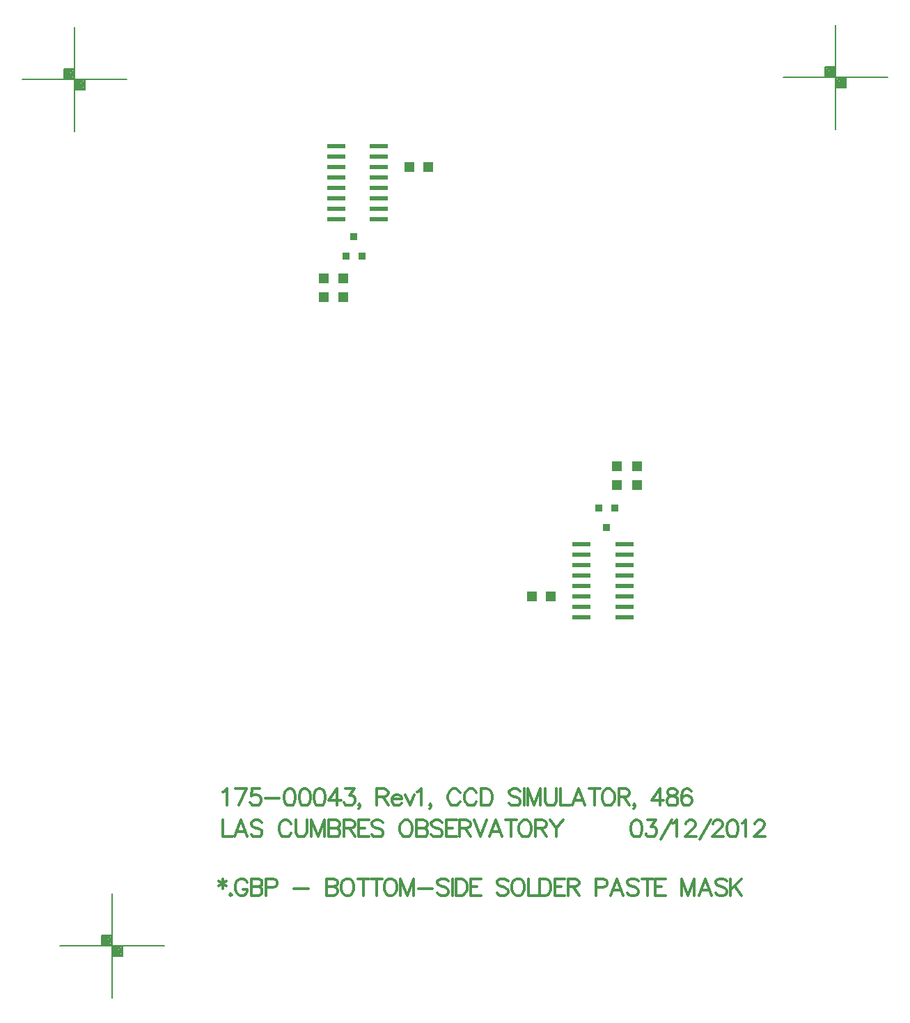
<source format=gbp>
%FSLAX23Y23*%
%MOIN*%
G70*
G01*
G75*
G04 Layer_Color=128*
%ADD10R,0.070X0.135*%
%ADD11R,0.087X0.024*%
%ADD12R,0.135X0.070*%
%ADD13R,0.050X0.050*%
%ADD14R,0.050X0.050*%
%ADD15R,0.035X0.037*%
%ADD16R,0.035X0.037*%
%ADD17C,0.010*%
%ADD18C,0.012*%
%ADD19C,0.008*%
%ADD20C,0.012*%
%ADD21C,0.012*%
%ADD22R,0.059X0.059*%
%ADD23C,0.059*%
%ADD24C,0.055*%
%ADD25R,0.070X0.070*%
%ADD26C,0.070*%
%ADD27C,0.024*%
%ADD28C,0.040*%
%ADD29C,0.075*%
G04:AMPARAMS|DCode=30|XSize=95.433mil|YSize=95.433mil|CornerRadius=0mil|HoleSize=0mil|Usage=FLASHONLY|Rotation=0.000|XOffset=0mil|YOffset=0mil|HoleType=Round|Shape=Relief|Width=10mil|Gap=10mil|Entries=4|*
%AMTHD30*
7,0,0,0.095,0.075,0.010,45*
%
%ADD30THD30*%
G04:AMPARAMS|DCode=31|XSize=93.465mil|YSize=93.465mil|CornerRadius=0mil|HoleSize=0mil|Usage=FLASHONLY|Rotation=0.000|XOffset=0mil|YOffset=0mil|HoleType=Round|Shape=Relief|Width=10mil|Gap=10mil|Entries=4|*
%AMTHD31*
7,0,0,0.093,0.073,0.010,45*
%
%ADD31THD31*%
%ADD32C,0.073*%
G04:AMPARAMS|DCode=33|XSize=100mil|YSize=100mil|CornerRadius=0mil|HoleSize=0mil|Usage=FLASHONLY|Rotation=0.000|XOffset=0mil|YOffset=0mil|HoleType=Round|Shape=Relief|Width=10mil|Gap=10mil|Entries=4|*
%AMTHD33*
7,0,0,0.100,0.080,0.010,45*
%
%ADD33THD33*%
%ADD34C,0.080*%
%ADD35C,0.050*%
G04:AMPARAMS|DCode=36|XSize=70mil|YSize=70mil|CornerRadius=0mil|HoleSize=0mil|Usage=FLASHONLY|Rotation=0.000|XOffset=0mil|YOffset=0mil|HoleType=Round|Shape=Relief|Width=10mil|Gap=10mil|Entries=4|*
%AMTHD36*
7,0,0,0.070,0.050,0.010,45*
%
%ADD36THD36*%
%ADD37C,0.005*%
%ADD38C,0.006*%
%ADD39C,0.008*%
%ADD40C,0.010*%
%ADD41C,0.024*%
%ADD42C,0.010*%
%ADD43C,0.007*%
%ADD44R,0.169X0.072*%
%ADD45R,0.078X0.143*%
%ADD46R,0.095X0.032*%
%ADD47R,0.143X0.078*%
%ADD48R,0.058X0.058*%
%ADD49R,0.058X0.058*%
%ADD50R,0.043X0.045*%
%ADD51R,0.043X0.045*%
%ADD52R,0.067X0.067*%
%ADD53C,0.067*%
%ADD54C,0.063*%
%ADD55R,0.078X0.078*%
%ADD56C,0.078*%
%ADD57C,0.032*%
%ADD58R,0.927X0.242*%
D11*
X15832Y7628D02*
D03*
Y7678D02*
D03*
Y7728D02*
D03*
Y7778D02*
D03*
Y7828D02*
D03*
Y7878D02*
D03*
Y7928D02*
D03*
Y7978D02*
D03*
X16037Y7628D02*
D03*
Y7678D02*
D03*
Y7728D02*
D03*
Y7778D02*
D03*
Y7828D02*
D03*
Y7878D02*
D03*
Y7928D02*
D03*
Y7978D02*
D03*
X14861Y9886D02*
D03*
Y9836D02*
D03*
Y9786D02*
D03*
Y9736D02*
D03*
Y9686D02*
D03*
Y9636D02*
D03*
Y9586D02*
D03*
Y9536D02*
D03*
X14656Y9886D02*
D03*
Y9836D02*
D03*
Y9786D02*
D03*
Y9736D02*
D03*
Y9686D02*
D03*
Y9636D02*
D03*
Y9586D02*
D03*
Y9536D02*
D03*
D13*
X15684Y7729D02*
D03*
X15594D02*
D03*
X15008Y9785D02*
D03*
X15098D02*
D03*
D14*
X16096Y8262D02*
D03*
Y8352D02*
D03*
X14596Y9252D02*
D03*
Y9162D02*
D03*
X16001Y8262D02*
D03*
Y8352D02*
D03*
X14691Y9252D02*
D03*
Y9162D02*
D03*
D15*
X15951Y8061D02*
D03*
X15914Y8153D02*
D03*
X14741Y9453D02*
D03*
X14779Y9361D02*
D03*
D16*
X15989Y8153D02*
D03*
X14704Y9361D02*
D03*
D19*
X16796Y10217D02*
X17296D01*
X17046Y9967D02*
Y10467D01*
X17096Y10167D02*
Y10217D01*
X17046Y10167D02*
X17096D01*
X16996Y10217D02*
Y10267D01*
X17046D01*
X17001Y10222D02*
X17041D01*
X17001D02*
Y10262D01*
X17041D01*
Y10222D02*
Y10262D01*
X17006Y10227D02*
X17036D01*
X17006D02*
Y10257D01*
X17036D01*
Y10232D02*
Y10257D01*
X17011Y10232D02*
X17031D01*
X17011D02*
Y10252D01*
X17031D01*
Y10237D02*
Y10252D01*
X17016Y10237D02*
X17026D01*
X17016D02*
Y10247D01*
X17026D01*
Y10237D02*
Y10247D01*
X17016Y10242D02*
X17026D01*
X17051Y10172D02*
X17091D01*
X17051D02*
Y10212D01*
X17091D01*
Y10172D02*
Y10212D01*
X17056Y10177D02*
X17086D01*
X17056D02*
Y10207D01*
X17086D01*
Y10182D02*
Y10207D01*
X17061Y10182D02*
X17081D01*
X17061D02*
Y10202D01*
X17081D01*
Y10187D02*
Y10202D01*
X17066Y10187D02*
X17076D01*
X17066D02*
Y10197D01*
X17076D01*
Y10187D02*
Y10197D01*
X17066Y10192D02*
X17076D01*
X13155Y10207D02*
X13655D01*
X13405Y9957D02*
Y10457D01*
X13455Y10157D02*
Y10207D01*
X13405Y10157D02*
X13455D01*
X13355Y10207D02*
Y10257D01*
X13405D01*
X13360Y10212D02*
X13400D01*
X13360D02*
Y10252D01*
X13400D01*
Y10212D02*
Y10252D01*
X13365Y10217D02*
X13395D01*
X13365D02*
Y10247D01*
X13395D01*
Y10222D02*
Y10247D01*
X13370Y10222D02*
X13390D01*
X13370D02*
Y10242D01*
X13390D01*
Y10227D02*
Y10242D01*
X13375Y10227D02*
X13385D01*
X13375D02*
Y10237D01*
X13385D01*
Y10227D02*
Y10237D01*
X13375Y10232D02*
X13385D01*
X13410Y10162D02*
X13450D01*
X13410D02*
Y10202D01*
X13450D01*
Y10162D02*
Y10202D01*
X13415Y10167D02*
X13445D01*
X13415D02*
Y10197D01*
X13445D01*
Y10172D02*
Y10197D01*
X13420Y10172D02*
X13440D01*
X13420D02*
Y10192D01*
X13440D01*
Y10177D02*
Y10192D01*
X13425Y10177D02*
X13435D01*
X13425D02*
Y10187D01*
X13435D01*
Y10177D02*
Y10187D01*
X13425Y10182D02*
X13435D01*
X13334Y6057D02*
X13834D01*
X13584Y5807D02*
Y6307D01*
X13634Y6007D02*
Y6057D01*
X13584Y6007D02*
X13634D01*
X13534Y6057D02*
Y6107D01*
X13584D01*
X13539Y6062D02*
X13579D01*
X13539D02*
Y6102D01*
X13579D01*
Y6062D02*
Y6102D01*
X13544Y6067D02*
X13574D01*
X13544D02*
Y6097D01*
X13574D01*
Y6072D02*
Y6097D01*
X13549Y6072D02*
X13569D01*
X13549D02*
Y6092D01*
X13569D01*
Y6077D02*
Y6092D01*
X13554Y6077D02*
X13564D01*
X13554D02*
Y6087D01*
X13564D01*
Y6077D02*
Y6087D01*
X13554Y6082D02*
X13564D01*
X13589Y6012D02*
X13629D01*
X13589D02*
Y6052D01*
X13629D01*
Y6012D02*
Y6052D01*
X13594Y6017D02*
X13624D01*
X13594D02*
Y6047D01*
X13624D01*
Y6022D02*
Y6047D01*
X13599Y6022D02*
X13619D01*
X13599D02*
Y6042D01*
X13619D01*
Y6027D02*
Y6042D01*
X13604Y6027D02*
X13614D01*
X13604D02*
Y6037D01*
X13614D01*
Y6027D02*
Y6037D01*
X13604Y6032D02*
X13614D01*
D20*
X14115Y6658D02*
Y6578D01*
X14161D01*
X14230D02*
X14200Y6658D01*
X14169Y6578D01*
X14181Y6604D02*
X14219D01*
X14302Y6646D02*
X14295Y6654D01*
X14283Y6658D01*
X14268D01*
X14257Y6654D01*
X14249Y6646D01*
Y6639D01*
X14253Y6631D01*
X14257Y6627D01*
X14264Y6623D01*
X14287Y6616D01*
X14295Y6612D01*
X14299Y6608D01*
X14302Y6600D01*
Y6589D01*
X14295Y6581D01*
X14283Y6578D01*
X14268D01*
X14257Y6581D01*
X14249Y6589D01*
X14440Y6639D02*
X14436Y6646D01*
X14429Y6654D01*
X14421Y6658D01*
X14406D01*
X14398Y6654D01*
X14391Y6646D01*
X14387Y6639D01*
X14383Y6627D01*
Y6608D01*
X14387Y6597D01*
X14391Y6589D01*
X14398Y6581D01*
X14406Y6578D01*
X14421D01*
X14429Y6581D01*
X14436Y6589D01*
X14440Y6597D01*
X14463Y6658D02*
Y6600D01*
X14467Y6589D01*
X14474Y6581D01*
X14486Y6578D01*
X14493D01*
X14505Y6581D01*
X14512Y6589D01*
X14516Y6600D01*
Y6658D01*
X14538D02*
Y6578D01*
Y6658D02*
X14569Y6578D01*
X14599Y6658D02*
X14569Y6578D01*
X14599Y6658D02*
Y6578D01*
X14622Y6658D02*
Y6578D01*
Y6658D02*
X14656D01*
X14668Y6654D01*
X14671Y6650D01*
X14675Y6642D01*
Y6635D01*
X14671Y6627D01*
X14668Y6623D01*
X14656Y6619D01*
X14622D02*
X14656D01*
X14668Y6616D01*
X14671Y6612D01*
X14675Y6604D01*
Y6593D01*
X14671Y6585D01*
X14668Y6581D01*
X14656Y6578D01*
X14622D01*
X14693Y6658D02*
Y6578D01*
Y6658D02*
X14727D01*
X14739Y6654D01*
X14743Y6650D01*
X14747Y6642D01*
Y6635D01*
X14743Y6627D01*
X14739Y6623D01*
X14727Y6619D01*
X14693D01*
X14720D02*
X14747Y6578D01*
X14814Y6658D02*
X14764D01*
Y6578D01*
X14814D01*
X14764Y6619D02*
X14795D01*
X14881Y6646D02*
X14873Y6654D01*
X14862Y6658D01*
X14846D01*
X14835Y6654D01*
X14827Y6646D01*
Y6639D01*
X14831Y6631D01*
X14835Y6627D01*
X14842Y6623D01*
X14865Y6616D01*
X14873Y6612D01*
X14877Y6608D01*
X14881Y6600D01*
Y6589D01*
X14873Y6581D01*
X14862Y6578D01*
X14846D01*
X14835Y6581D01*
X14827Y6589D01*
X14984Y6658D02*
X14977Y6654D01*
X14969Y6646D01*
X14965Y6639D01*
X14961Y6627D01*
Y6608D01*
X14965Y6597D01*
X14969Y6589D01*
X14977Y6581D01*
X14984Y6578D01*
X14999D01*
X15007Y6581D01*
X15015Y6589D01*
X15018Y6597D01*
X15022Y6608D01*
Y6627D01*
X15018Y6639D01*
X15015Y6646D01*
X15007Y6654D01*
X14999Y6658D01*
X14984D01*
X15041D02*
Y6578D01*
Y6658D02*
X15075D01*
X15087Y6654D01*
X15090Y6650D01*
X15094Y6642D01*
Y6635D01*
X15090Y6627D01*
X15087Y6623D01*
X15075Y6619D01*
X15041D02*
X15075D01*
X15087Y6616D01*
X15090Y6612D01*
X15094Y6604D01*
Y6593D01*
X15090Y6585D01*
X15087Y6581D01*
X15075Y6578D01*
X15041D01*
X15165Y6646D02*
X15158Y6654D01*
X15146Y6658D01*
X15131D01*
X15120Y6654D01*
X15112Y6646D01*
Y6639D01*
X15116Y6631D01*
X15120Y6627D01*
X15127Y6623D01*
X15150Y6616D01*
X15158Y6612D01*
X15162Y6608D01*
X15165Y6600D01*
Y6589D01*
X15158Y6581D01*
X15146Y6578D01*
X15131D01*
X15120Y6581D01*
X15112Y6589D01*
X15233Y6658D02*
X15183D01*
Y6578D01*
X15233D01*
X15183Y6619D02*
X15214D01*
X15246Y6658D02*
Y6578D01*
Y6658D02*
X15280D01*
X15292Y6654D01*
X15296Y6650D01*
X15300Y6642D01*
Y6635D01*
X15296Y6627D01*
X15292Y6623D01*
X15280Y6619D01*
X15246D01*
X15273D02*
X15300Y6578D01*
X15317Y6658D02*
X15348Y6578D01*
X15378Y6658D02*
X15348Y6578D01*
X15450D02*
X15419Y6658D01*
X15389Y6578D01*
X15400Y6604D02*
X15438D01*
X15495Y6658D02*
Y6578D01*
X15468Y6658D02*
X15522D01*
X15554D02*
X15546Y6654D01*
X15539Y6646D01*
X15535Y6639D01*
X15531Y6627D01*
Y6608D01*
X15535Y6597D01*
X15539Y6589D01*
X15546Y6581D01*
X15554Y6578D01*
X15569D01*
X15577Y6581D01*
X15584Y6589D01*
X15588Y6597D01*
X15592Y6608D01*
Y6627D01*
X15588Y6639D01*
X15584Y6646D01*
X15577Y6654D01*
X15569Y6658D01*
X15554D01*
X15611D02*
Y6578D01*
Y6658D02*
X15645D01*
X15656Y6654D01*
X15660Y6650D01*
X15664Y6642D01*
Y6635D01*
X15660Y6627D01*
X15656Y6623D01*
X15645Y6619D01*
X15611D01*
X15637D02*
X15664Y6578D01*
X15682Y6658D02*
X15712Y6619D01*
Y6578D01*
X15743Y6658D02*
X15712Y6619D01*
X16090Y6658D02*
X16079Y6654D01*
X16071Y6642D01*
X16067Y6623D01*
Y6612D01*
X16071Y6593D01*
X16079Y6581D01*
X16090Y6578D01*
X16098D01*
X16109Y6581D01*
X16117Y6593D01*
X16121Y6612D01*
Y6623D01*
X16117Y6642D01*
X16109Y6654D01*
X16098Y6658D01*
X16090D01*
X16146D02*
X16188D01*
X16165Y6627D01*
X16177D01*
X16184Y6623D01*
X16188Y6619D01*
X16192Y6608D01*
Y6600D01*
X16188Y6589D01*
X16180Y6581D01*
X16169Y6578D01*
X16158D01*
X16146Y6581D01*
X16142Y6585D01*
X16139Y6593D01*
X16210Y6566D02*
X16263Y6658D01*
X16268Y6642D02*
X16276Y6646D01*
X16288Y6658D01*
Y6578D01*
X16331Y6639D02*
Y6642D01*
X16335Y6650D01*
X16339Y6654D01*
X16346Y6658D01*
X16361D01*
X16369Y6654D01*
X16373Y6650D01*
X16377Y6642D01*
Y6635D01*
X16373Y6627D01*
X16365Y6616D01*
X16327Y6578D01*
X16380D01*
X16398Y6566D02*
X16452Y6658D01*
X16461Y6639D02*
Y6642D01*
X16465Y6650D01*
X16468Y6654D01*
X16476Y6658D01*
X16491D01*
X16499Y6654D01*
X16503Y6650D01*
X16507Y6642D01*
Y6635D01*
X16503Y6627D01*
X16495Y6616D01*
X16457Y6578D01*
X16510D01*
X16551Y6658D02*
X16540Y6654D01*
X16532Y6642D01*
X16528Y6623D01*
Y6612D01*
X16532Y6593D01*
X16540Y6581D01*
X16551Y6578D01*
X16559D01*
X16570Y6581D01*
X16578Y6593D01*
X16582Y6612D01*
Y6623D01*
X16578Y6642D01*
X16570Y6654D01*
X16559Y6658D01*
X16551D01*
X16599Y6642D02*
X16607Y6646D01*
X16618Y6658D01*
Y6578D01*
X16662Y6639D02*
Y6642D01*
X16666Y6650D01*
X16670Y6654D01*
X16677Y6658D01*
X16692D01*
X16700Y6654D01*
X16704Y6650D01*
X16708Y6642D01*
Y6635D01*
X16704Y6627D01*
X16696Y6616D01*
X16658Y6578D01*
X16711D01*
D21*
X14113Y6377D02*
Y6331D01*
X14094Y6366D02*
X14132Y6343D01*
Y6366D02*
X14094Y6343D01*
X14152Y6305D02*
X14148Y6301D01*
X14152Y6297D01*
X14156Y6301D01*
X14152Y6305D01*
X14231Y6358D02*
X14227Y6366D01*
X14219Y6373D01*
X14212Y6377D01*
X14196D01*
X14189Y6373D01*
X14181Y6366D01*
X14177Y6358D01*
X14174Y6347D01*
Y6327D01*
X14177Y6316D01*
X14181Y6308D01*
X14189Y6301D01*
X14196Y6297D01*
X14212D01*
X14219Y6301D01*
X14227Y6308D01*
X14231Y6316D01*
Y6327D01*
X14212D02*
X14231D01*
X14249Y6377D02*
Y6297D01*
Y6377D02*
X14283D01*
X14295Y6373D01*
X14299Y6369D01*
X14302Y6362D01*
Y6354D01*
X14299Y6347D01*
X14295Y6343D01*
X14283Y6339D01*
X14249D02*
X14283D01*
X14295Y6335D01*
X14299Y6331D01*
X14302Y6324D01*
Y6312D01*
X14299Y6305D01*
X14295Y6301D01*
X14283Y6297D01*
X14249D01*
X14320Y6335D02*
X14355D01*
X14366Y6339D01*
X14370Y6343D01*
X14374Y6350D01*
Y6362D01*
X14370Y6369D01*
X14366Y6373D01*
X14355Y6377D01*
X14320D01*
Y6297D01*
X14454Y6331D02*
X14523D01*
X14609Y6377D02*
Y6297D01*
Y6377D02*
X14644D01*
X14655Y6373D01*
X14659Y6369D01*
X14663Y6362D01*
Y6354D01*
X14659Y6347D01*
X14655Y6343D01*
X14644Y6339D01*
X14609D02*
X14644D01*
X14655Y6335D01*
X14659Y6331D01*
X14663Y6324D01*
Y6312D01*
X14659Y6305D01*
X14655Y6301D01*
X14644Y6297D01*
X14609D01*
X14703Y6377D02*
X14696Y6373D01*
X14688Y6366D01*
X14684Y6358D01*
X14681Y6347D01*
Y6327D01*
X14684Y6316D01*
X14688Y6308D01*
X14696Y6301D01*
X14703Y6297D01*
X14719D01*
X14726Y6301D01*
X14734Y6308D01*
X14738Y6316D01*
X14741Y6327D01*
Y6347D01*
X14738Y6358D01*
X14734Y6366D01*
X14726Y6373D01*
X14719Y6377D01*
X14703D01*
X14787D02*
Y6297D01*
X14760Y6377D02*
X14813D01*
X14850D02*
Y6297D01*
X14823Y6377D02*
X14876D01*
X14909D02*
X14901Y6373D01*
X14893Y6366D01*
X14890Y6358D01*
X14886Y6347D01*
Y6327D01*
X14890Y6316D01*
X14893Y6308D01*
X14901Y6301D01*
X14909Y6297D01*
X14924D01*
X14932Y6301D01*
X14939Y6308D01*
X14943Y6316D01*
X14947Y6327D01*
Y6347D01*
X14943Y6358D01*
X14939Y6366D01*
X14932Y6373D01*
X14924Y6377D01*
X14909D01*
X14965D02*
Y6297D01*
Y6377D02*
X14996Y6297D01*
X15026Y6377D02*
X14996Y6297D01*
X15026Y6377D02*
Y6297D01*
X15049Y6331D02*
X15118D01*
X15195Y6366D02*
X15187Y6373D01*
X15176Y6377D01*
X15160D01*
X15149Y6373D01*
X15141Y6366D01*
Y6358D01*
X15145Y6350D01*
X15149Y6347D01*
X15157Y6343D01*
X15179Y6335D01*
X15187Y6331D01*
X15191Y6327D01*
X15195Y6320D01*
Y6308D01*
X15187Y6301D01*
X15176Y6297D01*
X15160D01*
X15149Y6301D01*
X15141Y6308D01*
X15213Y6377D02*
Y6297D01*
X15229Y6377D02*
Y6297D01*
Y6377D02*
X15256D01*
X15267Y6373D01*
X15275Y6366D01*
X15279Y6358D01*
X15283Y6347D01*
Y6327D01*
X15279Y6316D01*
X15275Y6308D01*
X15267Y6301D01*
X15256Y6297D01*
X15229D01*
X15350Y6377D02*
X15301D01*
Y6297D01*
X15350D01*
X15301Y6339D02*
X15331D01*
X15480Y6366D02*
X15472Y6373D01*
X15461Y6377D01*
X15445D01*
X15434Y6373D01*
X15426Y6366D01*
Y6358D01*
X15430Y6350D01*
X15434Y6347D01*
X15442Y6343D01*
X15464Y6335D01*
X15472Y6331D01*
X15476Y6327D01*
X15480Y6320D01*
Y6308D01*
X15472Y6301D01*
X15461Y6297D01*
X15445D01*
X15434Y6301D01*
X15426Y6308D01*
X15520Y6377D02*
X15513Y6373D01*
X15505Y6366D01*
X15501Y6358D01*
X15498Y6347D01*
Y6327D01*
X15501Y6316D01*
X15505Y6308D01*
X15513Y6301D01*
X15520Y6297D01*
X15536D01*
X15543Y6301D01*
X15551Y6308D01*
X15555Y6316D01*
X15558Y6327D01*
Y6347D01*
X15555Y6358D01*
X15551Y6366D01*
X15543Y6373D01*
X15536Y6377D01*
X15520D01*
X15577D02*
Y6297D01*
X15623D01*
X15632Y6377D02*
Y6297D01*
Y6377D02*
X15658D01*
X15670Y6373D01*
X15677Y6366D01*
X15681Y6358D01*
X15685Y6347D01*
Y6327D01*
X15681Y6316D01*
X15677Y6308D01*
X15670Y6301D01*
X15658Y6297D01*
X15632D01*
X15752Y6377D02*
X15703D01*
Y6297D01*
X15752D01*
X15703Y6339D02*
X15733D01*
X15766Y6377D02*
Y6297D01*
Y6377D02*
X15800D01*
X15811Y6373D01*
X15815Y6369D01*
X15819Y6362D01*
Y6354D01*
X15815Y6347D01*
X15811Y6343D01*
X15800Y6339D01*
X15766D01*
X15792D02*
X15819Y6297D01*
X15900Y6335D02*
X15934D01*
X15945Y6339D01*
X15949Y6343D01*
X15953Y6350D01*
Y6362D01*
X15949Y6369D01*
X15945Y6373D01*
X15934Y6377D01*
X15900D01*
Y6297D01*
X16032D02*
X16001Y6377D01*
X15971Y6297D01*
X15982Y6324D02*
X16020D01*
X16104Y6366D02*
X16096Y6373D01*
X16085Y6377D01*
X16070D01*
X16058Y6373D01*
X16051Y6366D01*
Y6358D01*
X16054Y6350D01*
X16058Y6347D01*
X16066Y6343D01*
X16089Y6335D01*
X16096Y6331D01*
X16100Y6327D01*
X16104Y6320D01*
Y6308D01*
X16096Y6301D01*
X16085Y6297D01*
X16070D01*
X16058Y6301D01*
X16051Y6308D01*
X16148Y6377D02*
Y6297D01*
X16122Y6377D02*
X16175D01*
X16234D02*
X16185D01*
Y6297D01*
X16234D01*
X16185Y6339D02*
X16215D01*
X16310Y6377D02*
Y6297D01*
Y6377D02*
X16341Y6297D01*
X16371Y6377D02*
X16341Y6297D01*
X16371Y6377D02*
Y6297D01*
X16455D02*
X16425Y6377D01*
X16394Y6297D01*
X16405Y6324D02*
X16444D01*
X16527Y6366D02*
X16519Y6373D01*
X16508Y6377D01*
X16493D01*
X16481Y6373D01*
X16474Y6366D01*
Y6358D01*
X16477Y6350D01*
X16481Y6347D01*
X16489Y6343D01*
X16512Y6335D01*
X16519Y6331D01*
X16523Y6327D01*
X16527Y6320D01*
Y6308D01*
X16519Y6301D01*
X16508Y6297D01*
X16493D01*
X16481Y6301D01*
X16474Y6308D01*
X16545Y6377D02*
Y6297D01*
X16598Y6377D02*
X16545Y6324D01*
X16564Y6343D02*
X16598Y6297D01*
X14115Y6792D02*
X14123Y6796D01*
X14134Y6808D01*
Y6728D01*
X14227Y6808D02*
X14189Y6728D01*
X14174Y6808D02*
X14227D01*
X14291D02*
X14253D01*
X14249Y6773D01*
X14253Y6777D01*
X14264Y6781D01*
X14275D01*
X14287Y6777D01*
X14294Y6769D01*
X14298Y6758D01*
Y6750D01*
X14294Y6739D01*
X14287Y6731D01*
X14275Y6728D01*
X14264D01*
X14253Y6731D01*
X14249Y6735D01*
X14245Y6743D01*
X14316Y6762D02*
X14385D01*
X14431Y6808D02*
X14420Y6804D01*
X14412Y6792D01*
X14408Y6773D01*
Y6762D01*
X14412Y6743D01*
X14420Y6731D01*
X14431Y6728D01*
X14439D01*
X14450Y6731D01*
X14458Y6743D01*
X14462Y6762D01*
Y6773D01*
X14458Y6792D01*
X14450Y6804D01*
X14439Y6808D01*
X14431D01*
X14502D02*
X14491Y6804D01*
X14483Y6792D01*
X14480Y6773D01*
Y6762D01*
X14483Y6743D01*
X14491Y6731D01*
X14502Y6728D01*
X14510D01*
X14521Y6731D01*
X14529Y6743D01*
X14533Y6762D01*
Y6773D01*
X14529Y6792D01*
X14521Y6804D01*
X14510Y6808D01*
X14502D01*
X14574D02*
X14562Y6804D01*
X14555Y6792D01*
X14551Y6773D01*
Y6762D01*
X14555Y6743D01*
X14562Y6731D01*
X14574Y6728D01*
X14581D01*
X14593Y6731D01*
X14600Y6743D01*
X14604Y6762D01*
Y6773D01*
X14600Y6792D01*
X14593Y6804D01*
X14581Y6808D01*
X14574D01*
X14660D02*
X14622Y6754D01*
X14679D01*
X14660Y6808D02*
Y6728D01*
X14701Y6808D02*
X14743D01*
X14720Y6777D01*
X14731D01*
X14739Y6773D01*
X14743Y6769D01*
X14747Y6758D01*
Y6750D01*
X14743Y6739D01*
X14735Y6731D01*
X14724Y6728D01*
X14712D01*
X14701Y6731D01*
X14697Y6735D01*
X14693Y6743D01*
X14772Y6731D02*
X14768Y6728D01*
X14764Y6731D01*
X14768Y6735D01*
X14772Y6731D01*
Y6724D01*
X14768Y6716D01*
X14764Y6712D01*
X14852Y6808D02*
Y6728D01*
Y6808D02*
X14887D01*
X14898Y6804D01*
X14902Y6800D01*
X14906Y6792D01*
Y6785D01*
X14902Y6777D01*
X14898Y6773D01*
X14887Y6769D01*
X14852D01*
X14879D02*
X14906Y6728D01*
X14924Y6758D02*
X14969D01*
Y6766D01*
X14966Y6773D01*
X14962Y6777D01*
X14954Y6781D01*
X14943D01*
X14935Y6777D01*
X14927Y6769D01*
X14924Y6758D01*
Y6750D01*
X14927Y6739D01*
X14935Y6731D01*
X14943Y6728D01*
X14954D01*
X14962Y6731D01*
X14969Y6739D01*
X14986Y6781D02*
X15009Y6728D01*
X15032Y6781D02*
X15009Y6728D01*
X15045Y6792D02*
X15053Y6796D01*
X15064Y6808D01*
Y6728D01*
X15111Y6731D02*
X15108Y6728D01*
X15104Y6731D01*
X15108Y6735D01*
X15111Y6731D01*
Y6724D01*
X15108Y6716D01*
X15104Y6712D01*
X15249Y6789D02*
X15245Y6796D01*
X15237Y6804D01*
X15230Y6808D01*
X15215D01*
X15207Y6804D01*
X15199Y6796D01*
X15196Y6789D01*
X15192Y6777D01*
Y6758D01*
X15196Y6747D01*
X15199Y6739D01*
X15207Y6731D01*
X15215Y6728D01*
X15230D01*
X15237Y6731D01*
X15245Y6739D01*
X15249Y6747D01*
X15328Y6789D02*
X15325Y6796D01*
X15317Y6804D01*
X15309Y6808D01*
X15294D01*
X15287Y6804D01*
X15279Y6796D01*
X15275Y6789D01*
X15271Y6777D01*
Y6758D01*
X15275Y6747D01*
X15279Y6739D01*
X15287Y6731D01*
X15294Y6728D01*
X15309D01*
X15317Y6731D01*
X15325Y6739D01*
X15328Y6747D01*
X15351Y6808D02*
Y6728D01*
Y6808D02*
X15378D01*
X15389Y6804D01*
X15397Y6796D01*
X15400Y6789D01*
X15404Y6777D01*
Y6758D01*
X15400Y6747D01*
X15397Y6739D01*
X15389Y6731D01*
X15378Y6728D01*
X15351D01*
X15538Y6796D02*
X15531Y6804D01*
X15519Y6808D01*
X15504D01*
X15493Y6804D01*
X15485Y6796D01*
Y6789D01*
X15489Y6781D01*
X15493Y6777D01*
X15500Y6773D01*
X15523Y6766D01*
X15531Y6762D01*
X15535Y6758D01*
X15538Y6750D01*
Y6739D01*
X15531Y6731D01*
X15519Y6728D01*
X15504D01*
X15493Y6731D01*
X15485Y6739D01*
X15556Y6808D02*
Y6728D01*
X15573Y6808D02*
Y6728D01*
Y6808D02*
X15603Y6728D01*
X15634Y6808D02*
X15603Y6728D01*
X15634Y6808D02*
Y6728D01*
X15657Y6808D02*
Y6750D01*
X15661Y6739D01*
X15668Y6731D01*
X15680Y6728D01*
X15687D01*
X15699Y6731D01*
X15706Y6739D01*
X15710Y6750D01*
Y6808D01*
X15732D02*
Y6728D01*
X15778D01*
X15848D02*
X15817Y6808D01*
X15787Y6728D01*
X15798Y6754D02*
X15836D01*
X15893Y6808D02*
Y6728D01*
X15866Y6808D02*
X15920D01*
X15952D02*
X15944Y6804D01*
X15937Y6796D01*
X15933Y6789D01*
X15929Y6777D01*
Y6758D01*
X15933Y6747D01*
X15937Y6739D01*
X15944Y6731D01*
X15952Y6728D01*
X15967D01*
X15975Y6731D01*
X15982Y6739D01*
X15986Y6747D01*
X15990Y6758D01*
Y6777D01*
X15986Y6789D01*
X15982Y6796D01*
X15975Y6804D01*
X15967Y6808D01*
X15952D01*
X16009D02*
Y6728D01*
Y6808D02*
X16043D01*
X16054Y6804D01*
X16058Y6800D01*
X16062Y6792D01*
Y6785D01*
X16058Y6777D01*
X16054Y6773D01*
X16043Y6769D01*
X16009D01*
X16035D02*
X16062Y6728D01*
X16088Y6731D02*
X16084Y6728D01*
X16080Y6731D01*
X16084Y6735D01*
X16088Y6731D01*
Y6724D01*
X16084Y6716D01*
X16080Y6712D01*
X16206Y6808D02*
X16168Y6754D01*
X16225D01*
X16206Y6808D02*
Y6728D01*
X16258Y6808D02*
X16247Y6804D01*
X16243Y6796D01*
Y6789D01*
X16247Y6781D01*
X16254Y6777D01*
X16270Y6773D01*
X16281Y6769D01*
X16289Y6762D01*
X16292Y6754D01*
Y6743D01*
X16289Y6735D01*
X16285Y6731D01*
X16273Y6728D01*
X16258D01*
X16247Y6731D01*
X16243Y6735D01*
X16239Y6743D01*
Y6754D01*
X16243Y6762D01*
X16251Y6769D01*
X16262Y6773D01*
X16277Y6777D01*
X16285Y6781D01*
X16289Y6789D01*
Y6796D01*
X16285Y6804D01*
X16273Y6808D01*
X16258D01*
X16356Y6796D02*
X16352Y6804D01*
X16341Y6808D01*
X16333D01*
X16322Y6804D01*
X16314Y6792D01*
X16310Y6773D01*
Y6754D01*
X16314Y6739D01*
X16322Y6731D01*
X16333Y6728D01*
X16337D01*
X16348Y6731D01*
X16356Y6739D01*
X16360Y6750D01*
Y6754D01*
X16356Y6766D01*
X16348Y6773D01*
X16337Y6777D01*
X16333D01*
X16322Y6773D01*
X16314Y6766D01*
X16310Y6754D01*
M02*

</source>
